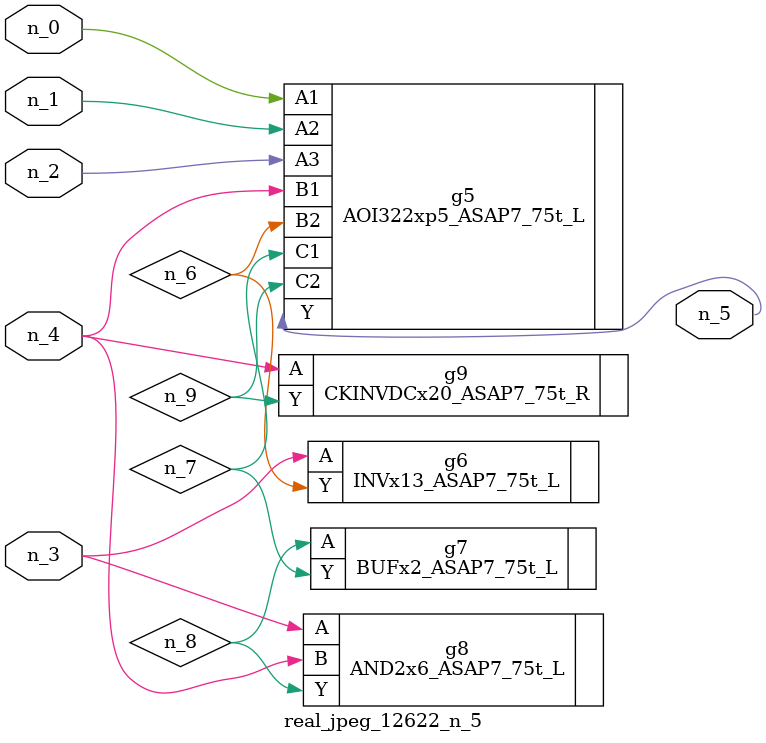
<source format=v>
module real_jpeg_12622_n_5 (n_4, n_0, n_1, n_2, n_3, n_5);

input n_4;
input n_0;
input n_1;
input n_2;
input n_3;

output n_5;

wire n_8;
wire n_6;
wire n_7;
wire n_9;

AOI322xp5_ASAP7_75t_L g5 ( 
.A1(n_0),
.A2(n_1),
.A3(n_2),
.B1(n_4),
.B2(n_6),
.C1(n_7),
.C2(n_9),
.Y(n_5)
);

INVx13_ASAP7_75t_L g6 ( 
.A(n_3),
.Y(n_6)
);

AND2x6_ASAP7_75t_L g8 ( 
.A(n_3),
.B(n_4),
.Y(n_8)
);

CKINVDCx20_ASAP7_75t_R g9 ( 
.A(n_4),
.Y(n_9)
);

BUFx2_ASAP7_75t_L g7 ( 
.A(n_8),
.Y(n_7)
);


endmodule
</source>
